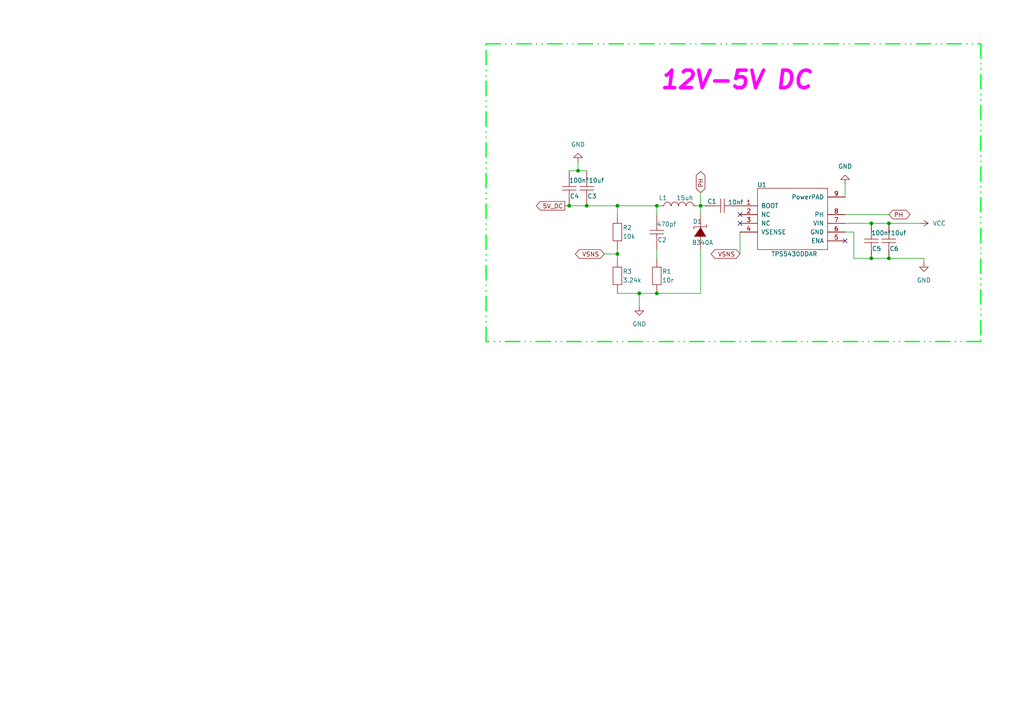
<source format=kicad_sch>
(kicad_sch (version 20231120) (generator "eeschema") (generator_version "8.0")
  (paper "A4")
  (title_block (title "12-5V") (date "2025-01-24") (rev "Dennis_Re_Yoonjiho"))
  (lib_symbols
    (symbol "Ts_Foc_Vo符号库:B340A" (pin_numbers hide) (pin_names (offset 1.016) hide)
      (property "Reference" "D" (at -3.81 1.016 0))
      (property "Value" "B340A" (at 1.778 2.794 0))
      (symbol "B340A_1_1"
        (polyline (pts (xy 1.27 1.524) (xy -1.27 0) (xy 1.27 -1.778) (xy 1.27 1.524)) (stroke (width 0.1524)) (fill (type outline)))
        (polyline (pts (xy -2.032 1.524) (xy -2.032 1.778) (xy -1.524 1.778) (xy -1.524 -2.032) (xy -1.016 -2.032) (xy -1.016 -1.778)) (stroke (width 0.1524)))
        (pin input line (at -5.08 0 0) (length 3.81) (name "K") (number "1"))
        (pin input line (at 5.08 0 180) (length 3.81) (name "A") (number "2"))
      )
    )
    (symbol "Ts_Foc_Vo符号库:CAP" (pin_numbers hide) (pin_names (offset 1.016) hide)
      (property "Reference" "C" (at -2.286 1.524 0))
      (property "Value" "Value" (at 3.81 1.524 0))
      (symbol "CAP_1_1"
        (polyline (pts (xy -0.508 -2.032) (xy -0.508 2.032)) (stroke (width 0.1524)))
        (polyline (pts (xy -0.508 0) (xy -2.54 0)) (stroke (width 0.1524)))
        (polyline (pts (xy 0.508 2.032) (xy 0.508 -2.032)) (stroke (width 0.1524)))
        (polyline (pts (xy 2.54 0) (xy 0.508 0)) (stroke (width 0.1524)))
        (pin input line (at -5.08 0 0) (length 2.54) (name "1") (number "1"))
        (pin input line (at 5.08 0 180) (length 2.54) (name "2") (number "2"))
      )
    )
    (symbol "Ts_Foc_Vo符号库:IND" (pin_numbers hide) (pin_names (offset 1.016) hide)
      (property "Reference" "L" (at -5.08 2.032 0))
      (property "Value" "IND" (at 2.286 2.54 0))
      (symbol "IND_1_1"
        (polyline (pts (xy -4.2926 0) (xy -4.2926 0.2032) (xy -4.2672 0.381) (xy -4.191 0.5588) (xy -4.064 0.7366) (xy -3.937 0.8636) (xy -3.7592 0.9652) (xy -3.5814 1.0414) (xy -3.3782 1.0922) (xy -3.175 1.0922) (xy -2.9972 1.0414) (xy -2.794 0.9652) (xy -2.6416 0.8636) (xy -2.4892 0.7112) (xy -2.3876 0.5588) (xy -2.3114 0.381) (xy -2.286 0.1778) (xy -2.286 0)) (stroke (width 0.1524)))
        (polyline (pts (xy -2.1336 0) (xy -2.1336 0.2032) (xy -2.1082 0.381) (xy -2.032 0.5588) (xy -1.905 0.7366) (xy -1.778 0.8636) (xy -1.6002 0.9652) (xy -1.4224 1.0414) (xy -1.2192 1.0922) (xy -1.0414 1.0922) (xy -0.8382 1.0414) (xy -0.6604 0.9652) (xy -0.4826 0.8636) (xy -0.3556 0.7112) (xy -0.2286 0.5588) (xy -0.1524 0.381) (xy -0.127 0.1778) (xy -0.127 0)) (stroke (width 0.1524)))
        (polyline (pts (xy 0 0) (xy 0 0.2032) (xy 0.0508 0.381) (xy 0.127 0.5588) (xy 0.2286 0.7366) (xy 0.381 0.8636) (xy 0.5334 0.9652) (xy 0.7366 1.0414) (xy 0.9144 1.0922) (xy 1.1176 1.0922) (xy 1.3208 1.0414) (xy 1.4986 0.9652) (xy 1.6764 0.8636) (xy 1.8034 0.7112) (xy 1.905 0.5588) (xy 1.9812 0.381) (xy 2.032 0.1778) (xy 2.032 0)) (stroke (width 0.1524)))
        (polyline (pts (xy 2.1844 0) (xy 2.2098 0.2032) (xy 2.2352 0.381) (xy 2.3114 0.5588) (xy 2.4384 0.7366) (xy 2.5654 0.8636) (xy 2.7432 0.9652) (xy 2.921 1.0414) (xy 3.1242 1.0922) (xy 3.302 1.0922) (xy 3.5052 1.0414) (xy 3.683 0.9652) (xy 3.8608 0.8636) (xy 3.9878 0.7112) (xy 4.1148 0.5588) (xy 4.191 0.381) (xy 4.2164 0.1778) (xy 4.2164 0)) (stroke (width 0.1524)))
        (pin input line (at -5.08 0 0) (length 0.762) (name "1") (number "1"))
        (pin input line (at 5.08 0 180) (length 0.762) (name "2") (number "2"))
      )
    )
    (symbol "Ts_Foc_Vo符号库:RES" (pin_numbers hide) (pin_names (offset 1.016) hide)
      (property "Reference" "R" (at -2.286 2.032 0))
      (property "Value" "Value" (at 2.286 2.032 0))
      (symbol "RES_1_1"
        (rectangle (start -2.54 1.27) (end 2.54 -1.27) (stroke (width 0.1524)))
        (pin input line (at -5.08 0 0) (length 2.54) (name "1") (number "1"))
        (pin input line (at 5.08 0 180) (length 2.54) (name "2") (number "2"))
      )
    )
    (symbol "Ts_Foc_Vo符号库:TPS5430DDAR" (pin_names (offset 1.016))
      (property "Reference" "U" (at -9.398 10.16 0))
      (property "Value" "TPS5430DDAR" (at 0.508 -10.414 0))
      (symbol "TPS5430DDAR_1_1"
        (rectangle (start -10.16 8.89) (end 10.16 -8.89) (stroke (width 0.1524)))
        (pin input line (at -15.24 3.81 0) (length 5.08) (name "BOOT") (number "1"))
        (pin input line (at -15.24 1.27 0) (length 5.08) (name "NC") (number "2"))
        (pin input line (at -15.24 -1.27 0) (length 5.08) (name "NC") (number "3"))
        (pin input line (at -15.24 -3.81 0) (length 5.08) (name "VSENSE") (number "4"))
        (pin input line (at 15.24 -6.35 180) (length 5.08) (name "ENA") (number "5"))
        (pin input line (at 15.24 -3.81 180) (length 5.08) (name "GND") (number "6"))
        (pin input line (at 15.24 -1.27 180) (length 5.08) (name "VIN") (number "7"))
        (pin input line (at 15.24 1.27 180) (length 5.08) (name "PH") (number "8"))
        (pin input line (at 15.24 6.35 180) (length 5.08) (name "PowerPAD") (number "9"))
      )
    )
    (symbol "power:GND" (power) (pin_numbers hide) (pin_names (offset 0) hide)
      (property "Value" "GND" (at 0 -3.81 0))
      (symbol "GND_0_1"
        (polyline (pts (xy 0 0) (xy 0 -1.27) (xy 1.27 -1.27) (xy 0 -2.54) (xy -1.27 -1.27) (xy 0 -1.27)))
      )
      (symbol "GND_1_1"
        (pin power_in line (at 0 0 270) (length 0) (name "~") (number "1"))
      )
    )
    (symbol "power:VCC" (power) (pin_numbers hide) (pin_names (offset 0) hide)
      (property "Value" "VCC" (at 0 3.556 0))
      (symbol "VCC_0_1"
        (polyline (pts (xy -0.762 1.27) (xy 0 2.54)))
        (polyline (pts (xy 0 0) (xy 0 2.54)))
        (polyline (pts (xy 0 2.54) (xy 0.762 1.27)))
      )
      (symbol "VCC_1_1"
        (pin power_in line (at 0 0 90) (length 0) (name "~") (number "1"))
      )
    )
  )
  (junction (at 170.18 59.69))
  (junction (at 190.5 59.69))
  (junction (at 252.73 64.77))
  (junction (at 165.1 59.69))
  (junction (at 185.42 85.09))
  (junction (at 252.73 74.93))
  (junction (at 257.81 64.77))
  (junction (at 167.64 49.53))
  (junction (at 179.07 73.66))
  (junction (at 179.07 59.69))
  (junction (at 257.81 74.93))
  (junction (at 203.2 59.69))
  (junction (at 190.5 85.09))
  (no_connect (at 214.63 64.77))
  (no_connect (at 214.63 62.23))
  (no_connect (at 245.11 69.85))
  (wire (pts (xy 214.63 67.31) (xy 214.63 73.66)))
  (wire (pts (xy 267.97 74.93) (xy 257.81 74.93)))
  (wire (pts (xy 247.65 67.31) (xy 247.65 74.93)))
  (wire (pts (xy 190.5 62.23) (xy 190.5 59.69)))
  (wire (pts (xy 179.07 59.69) (xy 190.5 59.69)))
  (wire (pts (xy 165.1 49.53) (xy 167.64 49.53)))
  (wire (pts (xy 185.42 88.9) (xy 185.42 85.09)))
  (wire (pts (xy 190.5 74.93) (xy 190.5 72.39)))
  (wire (pts (xy 179.07 73.66) (xy 179.07 72.39)))
  (bus (pts (xy 140.97 12.7) (xy 284.48 12.7)) (stroke (width 0.381) (type dash_dot_dot) (color 0 255 30 1)))
  (bus (pts (xy 284.48 99.06) (xy 140.97 99.06)) (stroke (width 0.381) (type dash_dot_dot) (color 0 255 30 1)))
  (wire (pts (xy 203.2 62.23) (xy 203.2 59.69)))
  (wire (pts (xy 245.11 62.23) (xy 257.81 62.23)))
  (wire (pts (xy 247.65 74.93) (xy 252.73 74.93)))
  (wire (pts (xy 201.93 59.69) (xy 203.2 59.69)))
  (wire (pts (xy 252.73 74.93) (xy 257.81 74.93)))
  (wire (pts (xy 203.2 85.09) (xy 190.5 85.09)))
  (wire (pts (xy 267.97 76.2) (xy 267.97 74.93)))
  (wire (pts (xy 245.11 64.77) (xy 252.73 64.77)))
  (wire (pts (xy 203.2 59.69) (xy 204.47 59.69)))
  (wire (pts (xy 257.81 64.77) (xy 266.7 64.77)))
  (wire (pts (xy 190.5 59.69) (xy 191.77 59.69)))
  (wire (pts (xy 179.07 85.09) (xy 185.42 85.09)))
  (wire (pts (xy 165.1 59.69) (xy 170.18 59.69)))
  (wire (pts (xy 245.11 53.34) (xy 245.11 57.15)))
  (wire (pts (xy 185.42 85.09) (xy 190.5 85.09)))
  (wire (pts (xy 252.73 64.77) (xy 257.81 64.77)))
  (wire (pts (xy 167.64 46.99) (xy 167.64 49.53)))
  (bus (pts (xy 284.48 12.7) (xy 284.48 99.06)) (stroke (width 0.381) (type dash_dot_dot) (color 0 255 30 1)))
  (wire (pts (xy 179.07 74.93) (xy 179.07 73.66)))
  (wire (pts (xy 203.2 72.39) (xy 203.2 85.09)))
  (wire (pts (xy 203.2 55.88) (xy 203.2 59.69)))
  (wire (pts (xy 167.64 49.53) (xy 170.18 49.53)))
  (wire (pts (xy 245.11 67.31) (xy 247.65 67.31)))
  (wire (pts (xy 179.07 62.23) (xy 179.07 59.69)))
  (wire (pts (xy 163.83 59.69) (xy 165.1 59.69)))
  (wire (pts (xy 175.26 73.66) (xy 179.07 73.66)))
  (wire (pts (xy 170.18 59.69) (xy 179.07 59.69)))
  (bus (pts (xy 140.97 99.06) (xy 140.97 12.7)) (stroke (width 0.381) (type dash_dot_dot) (color 0 255 30 1)))
  (text "12V-5V DC\n" (exclude_from_sim yes) (at 213.614 23.368 0) (effects (font (size 5.08 5.08) (thickness 1.016) (bold yes) (italic yes))))
  (global_label "PH" (shape bidirectional) (at 203.2 55.88 90) (property "Intersheetrefs" "${INTERSHEET_REFS}" (effects (hide yes))))
  (global_label "VSNS" (shape bidirectional) (at 175.26 73.66 180) (property "Intersheetrefs" "${INTERSHEET_REFS}" (effects (hide yes))))
  (global_label "PH" (shape bidirectional) (at 257.81 62.23 0) (property "Intersheetrefs" "${INTERSHEET_REFS}" (effects (hide yes))))
  (global_label "5V_DC" (shape output) (at 163.83 59.69 180) (property "Intersheetrefs" "${INTERSHEET_REFS}" (effects (hide yes))))
  (global_label "VSNS" (shape bidirectional) (at 214.63 73.66 180) (property "Intersheetrefs" "${INTERSHEET_REFS}" (effects (hide yes))))
  (symbol (lib_id "Ts_Foc_Vo符号库:RES") (at 179.07 67.31 90) (unit 1)
    (property "Reference" "R2" (at 180.594 66.04 90) (effects (justify right)))
    (property "Value" "10k" (at 180.594 68.58 90) (effects (justify right)))
    (property "Footprint" "Ts_Foc_Vo封装库:Res_0402" (effects (hide yes)))
    (property "SuppliersPartNumber" "C5200633" (effects (hide yes)))
    (property "uuid" "std:0c78b8f437b74d4badbc2695159e48f2" (effects (hide yes)))
  )
  (symbol (lib_id "power:VCC") (at 266.7 64.77 270) (unit 1)
    (property "Reference" "#PWR02" (effects (hide yes)))
    (property "Value" "VCC" (at 270.51 64.7699 90) (effects (justify left)))
    (property "Description" "Power symbol creates a global label with name \"VCC\"" (effects (hide yes)))
  )
  (symbol (lib_id "power:GND") (at 167.64 46.99 180) (unit 1)
    (property "Reference" "#PWR05" (effects (hide yes)))
    (property "Value" "GND" (at 167.64 41.91 0))
    (property "Description" "Power symbol creates a global label with name \"GND\" , ground" (effects (hide yes)))
  )
  (symbol (lib_id "Ts_Foc_Vo符号库:CAP") (at 257.81 69.85 90) (unit 1)
    (property "Reference" "C6" (at 259.334 72.136 90))
    (property "Value" "10uf" (at 260.604 67.564 90))
    (property "Footprint" "Ts_Foc_Vo封装库:CAP_0402" (effects (hide yes)))
    (property "Datasheet" "http://www.szlcsc.com/product/details_602003.html" (effects (hide yes)))
    (property "SuppliersPartNumber" "C575438" (effects (hide yes)))
    (property "uuid" "std:0b682b3549a44c2f91624e74dc370f45" (effects (hide yes)))
  )
  (symbol (lib_id "power:GND") (at 267.97 76.2 0) (unit 1)
    (property "Reference" "#PWR03" (effects (hide yes)))
    (property "Value" "GND" (at 267.97 81.28 0))
    (property "Description" "Power symbol creates a global label with name \"GND\" , ground" (effects (hide yes)))
  )
  (symbol (lib_id "Ts_Foc_Vo符号库:IND") (at 196.85 59.69 0) (unit 1)
    (property "Reference" "L1" (at 192.278 57.404 0))
    (property "Value" "15uh" (at 198.628 57.404 0))
    (property "Footprint" "Ts_Foc_Vo封装库:IND-SMD" (effects (hide yes)))
    (property "Datasheet" "http://www.szlcsc.com/product/details_188635.html" (effects (hide yes)))
    (property "SuppliersPartNumber" "C177243" (effects (hide yes)))
    (property "uuid" "std:8060a19c00054c83b6ca7c54964c3539" (effects (hide yes)))
  )
  (symbol (lib_id "Ts_Foc_Vo符号库:CAP") (at 190.5 67.31 90) (unit 1)
    (property "Reference" "C2" (at 192.024 69.596 90))
    (property "Value" "470pf" (at 193.294 65.024 90))
    (property "Footprint" "Ts_Foc_Vo封装库:CAP_0402" (effects (hide yes)))
    (property "Datasheet" "http://www.szlcsc.com/product/details_602003.html" (effects (hide yes)))
    (property "SuppliersPartNumber" "C575438" (effects (hide yes)))
    (property "uuid" "std:0b682b3549a44c2f91624e74dc370f45" (effects (hide yes)))
  )
  (symbol (lib_id "power:GND") (at 185.42 88.9 0) (unit 1)
    (property "Reference" "#PWR04" (effects (hide yes)))
    (property "Value" "GND" (at 185.42 93.98 0))
    (property "Description" "Power symbol creates a global label with name \"GND\" , ground" (effects (hide yes)))
  )
  (symbol (lib_id "Ts_Foc_Vo符号库:CAP") (at 209.55 59.69 0) (unit 1)
    (property "Reference" "C1" (at 206.502 58.42 0))
    (property "Value" "10nf" (at 213.36 58.674 0))
    (property "Footprint" "Ts_Foc_Vo封装库:CAP_0402" (effects (hide yes)))
    (property "Datasheet" "http://www.szlcsc.com/product/details_602003.html" (effects (hide yes)))
    (property "SuppliersPartNumber" "C575438" (effects (hide yes)))
    (property "uuid" "std:0b682b3549a44c2f91624e74dc370f45" (effects (hide yes)))
  )
  (symbol (lib_id "Ts_Foc_Vo符号库:CAP") (at 252.73 69.85 90) (unit 1)
    (property "Reference" "C5" (at 254.254 72.136 90))
    (property "Value" "100nf" (at 255.524 67.564 90))
    (property "Footprint" "Ts_Foc_Vo封装库:CAP_0402" (effects (hide yes)))
    (property "Datasheet" "http://www.szlcsc.com/product/details_602003.html" (effects (hide yes)))
    (property "SuppliersPartNumber" "C575438" (effects (hide yes)))
    (property "uuid" "std:0b682b3549a44c2f91624e74dc370f45" (effects (hide yes)))
  )
  (symbol (lib_id "Ts_Foc_Vo符号库:CAP") (at 170.18 54.61 90) (unit 1)
    (property "Reference" "C3" (at 171.704 56.896 90))
    (property "Value" "10uf" (at 172.974 52.324 90))
    (property "Footprint" "Ts_Foc_Vo封装库:CAP_0402" (effects (hide yes)))
    (property "Datasheet" "http://www.szlcsc.com/product/details_602003.html" (effects (hide yes)))
    (property "SuppliersPartNumber" "C575438" (effects (hide yes)))
    (property "uuid" "std:0b682b3549a44c2f91624e74dc370f45" (effects (hide yes)))
  )
  (symbol (lib_id "Ts_Foc_Vo符号库:RES") (at 179.07 80.01 90) (unit 1)
    (property "Reference" "R3" (at 180.594 78.74 90) (effects (justify right)))
    (property "Value" "3.24k" (at 180.594 81.28 90) (effects (justify right)))
    (property "Footprint" "Ts_Foc_Vo封装库:Res_0402" (effects (hide yes)))
    (property "SuppliersPartNumber" "C5200633" (effects (hide yes)))
    (property "uuid" "std:0c78b8f437b74d4badbc2695159e48f2" (effects (hide yes)))
  )
  (symbol (lib_id "power:GND") (at 245.11 53.34 180) (unit 1)
    (property "Reference" "#PWR01" (effects (hide yes)))
    (property "Value" "GND" (at 245.11 48.26 0))
    (property "Description" "Power symbol creates a global label with name \"GND\" , ground" (effects (hide yes)))
  )
  (symbol (lib_id "Ts_Foc_Vo符号库:CAP") (at 165.1 54.61 90) (unit 1)
    (property "Reference" "C4" (at 166.624 56.896 90))
    (property "Value" "100nf" (at 167.894 52.324 90))
    (property "Footprint" "Ts_Foc_Vo封装库:CAP_0402" (effects (hide yes)))
    (property "Datasheet" "http://www.szlcsc.com/product/details_602003.html" (effects (hide yes)))
    (property "SuppliersPartNumber" "C575438" (effects (hide yes)))
    (property "uuid" "std:0b682b3549a44c2f91624e74dc370f45" (effects (hide yes)))
  )
  (symbol (lib_id "Ts_Foc_Vo符号库:TPS5430DDAR") (at 229.87 63.5 0) (unit 1)
    (property "Reference" "U1" (at 220.98 53.594 0))
    (property "Value" "TPS5430DDAR" (at 230.378 73.66 0))
    (property "Footprint" "Ts_Foc_Vo封装库:TPS5430DDAR_ESOP-8" (effects (hide yes)))
    (property "Datasheet" "http://www.szlcsc.com/product/details_10396.html" (effects (hide yes)))
    (property "SuppliersPartNumber" "C9864" (effects (hide yes)))
    (property "uuid" "std:4d7e2d88149a44739d5fcfa6b3cef78e" (effects (hide yes)))
  )
  (symbol (lib_id "Ts_Foc_Vo符号库:RES") (at 190.5 80.01 90) (unit 1)
    (property "Reference" "R1" (at 192.024 78.74 90) (effects (justify right)))
    (property "Value" "10r" (at 192.024 81.28 90) (effects (justify right)))
    (property "Footprint" "Ts_Foc_Vo封装库:Res_0402" (effects (hide yes)))
    (property "SuppliersPartNumber" "C5200633" (effects (hide yes)))
    (property "uuid" "std:0c78b8f437b74d4badbc2695159e48f2" (effects (hide yes)))
  )
  (symbol (lib_id "Ts_Foc_Vo符号库:B340A") (at 203.2 67.31 270) (unit 1)
    (property "Reference" "D1" (at 200.914 64.262 90) (effects (justify left)))
    (property "Value" "B340A" (at 200.66 70.358 90) (effects (justify left)))
    (property "Footprint" "Ts_Foc_Vo封装库:B340A_SMA" (effects (hide yes)))
    (property "Datasheet" "http://www.szlcsc.com/product/details_66052.html" (effects (hide yes)))
    (property "SuppliersPartNumber" "C64982" (effects (hide yes)))
    (property "uuid" "std:6b1fc1f1f28367f75c2b62d76f3fa5b8" (effects (hide yes)))
  )
)
</source>
